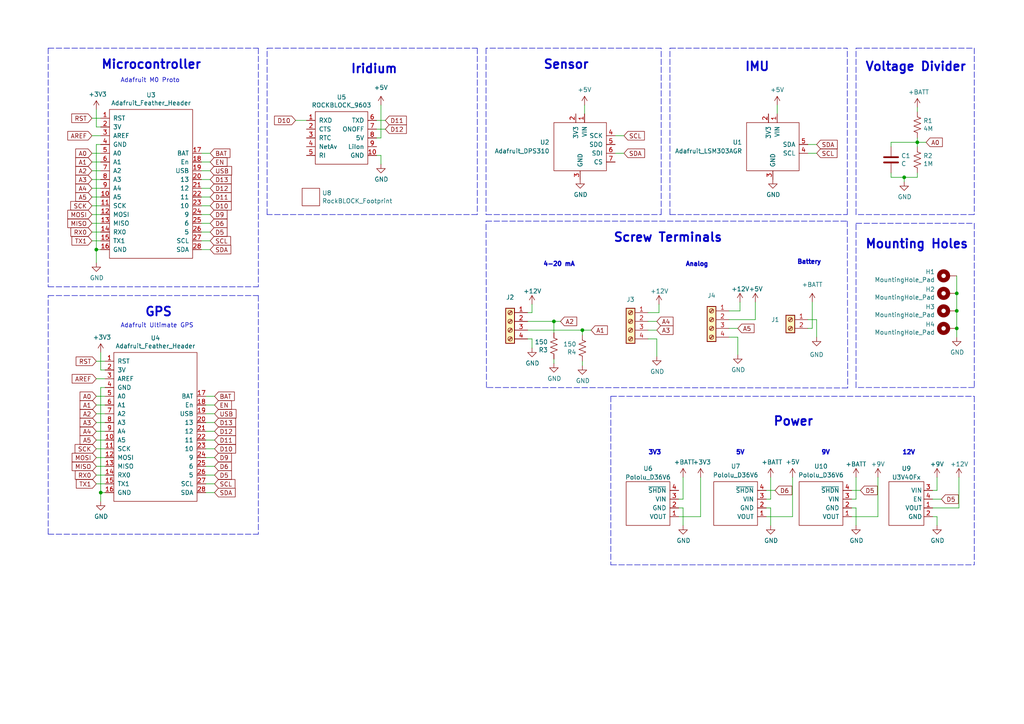
<source format=kicad_sch>
(kicad_sch (version 20211123) (generator eeschema)
  (paper "A4")
  (lib_symbols
    (symbol "Connector:Screw_Terminal_01x02" (pin_names (offset 1.016) hide)
      (property "Reference" "J" (at 0 2.54 0))
      (property "Value" "Screw_Terminal_01x02" (at 0 -5.08 0))
      (symbol "Screw_Terminal_01x02_1_1"
        (rectangle (start -1.27 1.27) (end 1.27 -3.81) (stroke (width 0.254)) (fill (type background)))
        (circle (center 0 -2.54) (radius 0.635) (stroke (width 0.1524)))
        (polyline (pts (xy -0.5334 -2.2098) (xy 0.3302 -3.048)) (stroke (width 0.1524)))
        (polyline (pts (xy -0.5334 0.3302) (xy 0.3302 -0.508)) (stroke (width 0.1524)))
        (polyline (pts (xy -0.3556 -2.032) (xy 0.508 -2.8702)) (stroke (width 0.1524)))
        (polyline (pts (xy -0.3556 0.508) (xy 0.508 -0.3302)) (stroke (width 0.1524)))
        (circle (center 0 0) (radius 0.635) (stroke (width 0.1524)))
        (pin passive line (at -5.08 0 0) (length 3.81) (name "Pin_1") (number "1"))
        (pin passive line (at -5.08 -2.54 0) (length 3.81) (name "Pin_2") (number "2"))
      )
    )
    (symbol "Connector:Screw_Terminal_01x04" (pin_names (offset 1.016) hide)
      (property "Reference" "J" (at 0 5.08 0))
      (property "Value" "Screw_Terminal_01x04" (at 0 -7.62 0))
      (symbol "Screw_Terminal_01x04_1_1"
        (rectangle (start -1.27 3.81) (end 1.27 -6.35) (stroke (width 0.254)) (fill (type background)))
        (circle (center 0 -5.08) (radius 0.635) (stroke (width 0.1524)))
        (circle (center 0 -2.54) (radius 0.635) (stroke (width 0.1524)))
        (polyline (pts (xy -0.5334 -4.7498) (xy 0.3302 -5.588)) (stroke (width 0.1524)))
        (polyline (pts (xy -0.5334 -2.2098) (xy 0.3302 -3.048)) (stroke (width 0.1524)))
        (polyline (pts (xy -0.5334 0.3302) (xy 0.3302 -0.508)) (stroke (width 0.1524)))
        (polyline (pts (xy -0.5334 2.8702) (xy 0.3302 2.032)) (stroke (width 0.1524)))
        (polyline (pts (xy -0.3556 -4.572) (xy 0.508 -5.4102)) (stroke (width 0.1524)))
        (polyline (pts (xy -0.3556 -2.032) (xy 0.508 -2.8702)) (stroke (width 0.1524)))
        (polyline (pts (xy -0.3556 0.508) (xy 0.508 -0.3302)) (stroke (width 0.1524)))
        (polyline (pts (xy -0.3556 3.048) (xy 0.508 2.2098)) (stroke (width 0.1524)))
        (circle (center 0 0) (radius 0.635) (stroke (width 0.1524)))
        (circle (center 0 2.54) (radius 0.635) (stroke (width 0.1524)))
        (pin passive line (at -5.08 2.54 0) (length 3.81) (name "Pin_1") (number "1"))
        (pin passive line (at -5.08 0 0) (length 3.81) (name "Pin_2") (number "2"))
        (pin passive line (at -5.08 -2.54 0) (length 3.81) (name "Pin_3") (number "3"))
        (pin passive line (at -5.08 -5.08 0) (length 3.81) (name "Pin_4") (number "4"))
      )
    )
    (symbol "Cryologger:Adafruit_DPS310" (pin_names (offset 1.016))
      (property "Reference" "U" (at 7.62 7.62 0))
      (property "Value" "Cryologger_Adafruit_DPS310" (at 8.89 -8.89 0))
      (symbol "Adafruit_DPS310_0_1"
        (rectangle (start 7.62 6.35) (end -7.62 -7.62))
      )
      (symbol "Adafruit_DPS310_1_1"
        (pin input line (at 1.27 8.89 270) (length 2.54) (name "VIN") (number "1"))
        (pin input line (at -1.27 8.89 270) (length 2.54) (name "3V3") (number "2"))
        (pin input line (at 0 -10.16 90) (length 2.54) (name "GND") (number "3"))
        (pin input line (at 10.16 2.54 180) (length 2.54) (name "SCK") (number "4"))
        (pin input line (at 10.16 0 180) (length 2.54) (name "SDO") (number "5"))
        (pin input line (at 10.16 -2.54 180) (length 2.54) (name "SDI") (number "6"))
        (pin input line (at 10.16 -5.08 180) (length 2.54) (name "CS") (number "7"))
      )
    )
    (symbol "Cryologger:Adafruit_Feather_Header" (pin_names (offset 1.016))
      (property "Reference" "U" (at 0 25.4 0))
      (property "Value" "Cryologger_Adafruit_Feather_Header" (at 0 -21.59 0))
      (symbol "Adafruit_Feather_Header_0_1"
        (rectangle (start -11.43 -19.05) (end 12.7 24.13))
      )
      (symbol "Adafruit_Feather_Header_1_1"
        (pin input line (at -13.97 21.59 0) (length 2.54) (name "RST") (number "1"))
        (pin input line (at -13.97 -1.27 0) (length 2.54) (name "A5") (number "10"))
        (pin input line (at -13.97 -3.81 0) (length 2.54) (name "SCK") (number "11"))
        (pin input line (at -13.97 -6.35 0) (length 2.54) (name "MOSI") (number "12"))
        (pin input line (at -13.97 -8.89 0) (length 2.54) (name "MISO") (number "13"))
        (pin input line (at -13.97 -11.43 0) (length 2.54) (name "RX0") (number "14"))
        (pin input line (at -13.97 -13.97 0) (length 2.54) (name "TX1") (number "15"))
        (pin input line (at -13.97 -16.51 0) (length 2.54) (name "GND") (number "16"))
        (pin input line (at 15.24 11.43 180) (length 2.54) (name "BAT") (number "17"))
        (pin input line (at 15.24 8.89 180) (length 2.54) (name "En") (number "18"))
        (pin input line (at 15.24 6.35 180) (length 2.54) (name "USB") (number "19"))
        (pin input line (at -13.97 19.05 0) (length 2.54) (name "3V") (number "2"))
        (pin input line (at 15.24 3.81 180) (length 2.54) (name "13") (number "20"))
        (pin input line (at 15.24 1.27 180) (length 2.54) (name "12") (number "21"))
        (pin input line (at 15.24 -1.27 180) (length 2.54) (name "11") (number "22"))
        (pin input line (at 15.24 -3.81 180) (length 2.54) (name "10") (number "23"))
        (pin input line (at 15.24 -6.35 180) (length 2.54) (name "9") (number "24"))
        (pin input line (at 15.24 -8.89 180) (length 2.54) (name "6") (number "25"))
        (pin input line (at 15.24 -11.43 180) (length 2.54) (name "5") (number "26"))
        (pin input line (at 15.24 -13.97 180) (length 2.54) (name "SCL") (number "27"))
        (pin input line (at 15.24 -16.51 180) (length 2.54) (name "SDA") (number "28"))
        (pin input line (at -13.97 16.51 0) (length 2.54) (name "AREF") (number "3"))
        (pin input line (at -13.97 13.97 0) (length 2.54) (name "GND") (number "4"))
        (pin input line (at -13.97 11.43 0) (length 2.54) (name "A0") (number "5"))
        (pin input line (at -13.97 8.89 0) (length 2.54) (name "A1") (number "6"))
        (pin input line (at -13.97 6.35 0) (length 2.54) (name "A2") (number "7"))
        (pin input line (at -13.97 3.81 0) (length 2.54) (name "A3") (number "8"))
        (pin input line (at -13.97 1.27 0) (length 2.54) (name "A4") (number "9"))
      )
    )
    (symbol "Cryologger:Adafruit_LSM303AGR" (pin_names (offset 1.016))
      (property "Reference" "U" (at 6.35 8.89 0))
      (property "Value" "Cryologger_Adafruit_LSM303AGR" (at 10.16 -7.62 0))
      (symbol "Adafruit_LSM303AGR_0_1"
        (rectangle (start 7.62 -6.35) (end -7.62 7.62))
      )
      (symbol "Adafruit_LSM303AGR_1_1"
        (pin input line (at 1.27 10.16 270) (length 2.54) (name "VIN") (number "1"))
        (pin input line (at -1.27 10.16 270) (length 2.54) (name "3V3") (number "2"))
        (pin input line (at 0 -8.89 90) (length 2.54) (name "GND") (number "3"))
        (pin input line (at 10.16 -1.27 180) (length 2.54) (name "SCL") (number "4"))
        (pin input line (at 10.16 1.27 180) (length 2.54) (name "SDA") (number "5"))
      )
    )
    (symbol "Cryologger:Pololu_D36V6" (pin_names (offset 1.016))
      (property "Reference" "U" (at 0 7.62 0))
      (property "Value" "Cryologger_Pololu_D36V6" (at 0 -7.62 0))
      (symbol "Pololu_D36V6_0_1"
        (rectangle (start 6.35 6.35) (end -6.35 -6.35))
      )
      (symbol "Pololu_D36V6_1_1"
        (pin input line (at 8.89 -3.81 180) (length 2.54) (name "VOUT") (number "1"))
        (pin input line (at 8.89 -1.27 180) (length 2.54) (name "GND") (number "2"))
        (pin input line (at 8.89 1.27 180) (length 2.54) (name "VIN") (number "3"))
        (pin input line (at 8.89 3.81 180) (length 2.54) (name "~{SHDN}") (number "4"))
      )
    )
    (symbol "Cryologger:ROCKBLOCK_9603" (pin_names (offset 1.016))
      (property "Reference" "U" (at 0 8.89 0))
      (property "Value" "Cryologger_ROCKBLOCK_9603" (at 0 -8.89 0))
      (symbol "ROCKBLOCK_9603_0_1"
        (rectangle (start -7.62 -7.62) (end 7.62 7.62))
      )
      (symbol "ROCKBLOCK_9603_1_1"
        (pin input line (at -10.16 5.08 0) (length 2.54) (name "RXD") (number "1"))
        (pin input line (at 10.16 -5.08 180) (length 2.54) (name "GND") (number "10"))
        (pin input line (at -10.16 2.54 0) (length 2.54) (name "CTS") (number "2"))
        (pin input line (at -10.16 0 0) (length 2.54) (name "RTC") (number "3"))
        (pin input line (at -10.16 -2.54 0) (length 2.54) (name "NetAv") (number "4"))
        (pin input line (at -10.16 -5.08 0) (length 2.54) (name "RI") (number "5"))
        (pin input line (at 10.16 5.08 180) (length 2.54) (name "TXD") (number "6"))
        (pin input line (at 10.16 2.54 180) (length 2.54) (name "ONOFF") (number "7"))
        (pin input line (at 10.16 0 180) (length 2.54) (name "5V") (number "8"))
        (pin input line (at 10.16 -2.54 180) (length 2.54) (name "LiIon") (number "9"))
      )
    )
    (symbol "Cryologger:RockBLOCK_Footprint" (pin_names (offset 1.016))
      (property "Reference" "U" (at 0 8.89 0))
      (property "Value" "Cryologger_RockBLOCK_Footprint" (at 0 -10.16 0))
      (symbol "RockBLOCK_Footprint_0_1"
        (rectangle (start -2.54 2.54) (end 2.54 -2.54))
      )
    )
    (symbol "Cryologger:U3V40Fx"
      (property "Reference" "U" (at 0 7.62 0))
      (property "Value" "U3V40Fx" (at 0 -7.62 0))
      (symbol "U3V40Fx_0_1"
        (rectangle (start -5.08 6.35) (end 5.08 -6.35) (stroke (width 0.1524)))
      )
      (symbol "U3V40Fx_1_1"
        (pin output line (at 7.62 -1.27 180) (length 2.54) (name "VOUT") (number "1"))
        (pin input line (at 7.62 -3.81 180) (length 2.54) (name "GND") (number "2"))
        (pin input line (at 7.62 3.81 180) (length 2.54) (name "VIN") (number "3"))
        (pin input line (at 7.62 1.27 180) (length 2.54) (name "EN") (number "4"))
      )
    )
    (symbol "Device:C" (pin_numbers hide) (pin_names (offset 0.254))
      (property "Reference" "C" (at 0.635 2.54 0))
      (property "Value" "C" (at 0.635 -2.54 0))
      (symbol "C_0_1"
        (polyline (pts (xy -2.032 -0.762) (xy 2.032 -0.762)) (stroke (width 0.508)))
        (polyline (pts (xy -2.032 0.762) (xy 2.032 0.762)) (stroke (width 0.508)))
      )
      (symbol "C_1_1"
        (pin passive line (at 0 3.81 270) (length 2.794) (name "~") (number "1"))
        (pin passive line (at 0 -3.81 90) (length 2.794) (name "~") (number "2"))
      )
    )
    (symbol "Device:R_US" (pin_numbers hide) (pin_names (offset 0))
      (property "Reference" "R" (at 2.54 0 90))
      (property "Value" "R_US" (at -2.54 0 90))
      (symbol "R_US_0_1"
        (polyline (pts (xy 0 -2.286) (xy 0 -2.54)))
        (polyline (pts (xy 0 2.286) (xy 0 2.54)))
        (polyline (pts (xy 0 -0.762) (xy 1.016 -1.143) (xy 0 -1.524) (xy -1.016 -1.905) (xy 0 -2.286)))
        (polyline (pts (xy 0 0.762) (xy 1.016 0.381) (xy 0 0) (xy -1.016 -0.381) (xy 0 -0.762)))
        (polyline (pts (xy 0 2.286) (xy 1.016 1.905) (xy 0 1.524) (xy -1.016 1.143) (xy 0 0.762)))
      )
      (symbol "R_US_1_1"
        (pin passive line (at 0 3.81 270) (length 1.27) (name "~") (number "1"))
        (pin passive line (at 0 -3.81 90) (length 1.27) (name "~") (number "2"))
      )
    )
    (symbol "Mechanical:MountingHole_Pad" (pin_numbers hide) (pin_names (offset 1.016) hide)
      (property "Reference" "H" (at 0 6.35 0))
      (property "Value" "MountingHole_Pad" (at 0 4.445 0))
      (symbol "MountingHole_Pad_0_1"
        (circle (center 0 1.27) (radius 1.27) (stroke (width 1.27)))
      )
      (symbol "MountingHole_Pad_1_1"
        (pin input line (at 0 -2.54 90) (length 2.54) (name "1") (number "1"))
      )
    )
    (symbol "power:+12V" (power) (pin_names (offset 0))
      (property "Value" "+12V" (at 0 3.556 0))
      (symbol "+12V_0_1"
        (polyline (pts (xy -0.762 1.27) (xy 0 2.54)))
        (polyline (pts (xy 0 0) (xy 0 2.54)))
        (polyline (pts (xy 0 2.54) (xy 0.762 1.27)))
      )
      (symbol "+12V_1_1"
        (pin power_in line (at 0 0 90) (length 0) hide (name "+12V") (number "1"))
      )
    )
    (symbol "power:+3V3" (power) (pin_names (offset 0))
      (property "Value" "+3V3" (at 0 3.556 0))
      (symbol "+3V3_0_1"
        (polyline (pts (xy -0.762 1.27) (xy 0 2.54)))
        (polyline (pts (xy 0 0) (xy 0 2.54)))
        (polyline (pts (xy 0 2.54) (xy 0.762 1.27)))
      )
      (symbol "+3V3_1_1"
        (pin power_in line (at 0 0 90) (length 0) hide (name "+3V3") (number "1"))
      )
    )
    (symbol "power:+5V" (power) (pin_names (offset 0))
      (property "Value" "+5V" (at 0 3.556 0))
      (symbol "+5V_0_1"
        (polyline (pts (xy -0.762 1.27) (xy 0 2.54)))
        (polyline (pts (xy 0 0) (xy 0 2.54)))
        (polyline (pts (xy 0 2.54) (xy 0.762 1.27)))
      )
      (symbol "+5V_1_1"
        (pin power_in line (at 0 0 90) (length 0) hide (name "+5V") (number "1"))
      )
    )
    (symbol "power:+9V" (power) (pin_names (offset 0))
      (property "Value" "+9V" (at 0 3.556 0))
      (symbol "+9V_0_1"
        (polyline (pts (xy -0.762 1.27) (xy 0 2.54)))
        (polyline (pts (xy 0 0) (xy 0 2.54)))
        (polyline (pts (xy 0 2.54) (xy 0.762 1.27)))
      )
      (symbol "+9V_1_1"
        (pin power_in line (at 0 0 90) (length 0) hide (name "+9V") (number "1"))
      )
    )
    (symbol "power:+BATT" (power) (pin_names (offset 0))
      (property "Value" "+BATT" (at 0 3.556 0))
      (symbol "+BATT_0_1"
        (polyline (pts (xy -0.762 1.27) (xy 0 2.54)))
        (polyline (pts (xy 0 0) (xy 0 2.54)))
        (polyline (pts (xy 0 2.54) (xy 0.762 1.27)))
      )
      (symbol "+BATT_1_1"
        (pin power_in line (at 0 0 90) (length 0) hide (name "+BATT") (number "1"))
      )
    )
    (symbol "power:GND" (power) (pin_names (offset 0))
      (property "Value" "GND" (at 0 -3.81 0))
      (symbol "GND_0_1"
        (polyline (pts (xy 0 0) (xy 0 -1.27) (xy 1.27 -1.27) (xy 0 -2.54) (xy -1.27 -1.27) (xy 0 -1.27)))
      )
      (symbol "GND_1_1"
        (pin power_in line (at 0 0 270) (length 0) hide (name "GND") (number "1"))
      )
    )
  )
  (junction (at 277.495 95.25))
  (junction (at 160.655 93.218))
  (junction (at 266.065 41.275))
  (junction (at 277.495 90.17))
  (junction (at 277.495 85.09))
  (junction (at 168.91 95.758))
  (junction (at 29.21 142.875))
  (junction (at 27.94 72.39))
  (junction (at 262.255 51.435))
  (wire (pts (xy 27.94 41.91) (xy 27.94 72.39)))
  (wire (pts (xy 219.075 92.71) (xy 219.075 87.63)))
  (wire (pts (xy 29.21 54.61) (xy 26.67 54.61)))
  (wire (pts (xy 60.96 72.39) (xy 58.42 72.39)))
  (wire (pts (xy 198.12 147.32) (xy 198.12 152.4)))
  (wire (pts (xy 153.035 98.298) (xy 154.305 98.298)))
  (polyline (pts (xy 191.77 13.97) (xy 140.97 13.97)))
  (wire (pts (xy 109.22 40.005) (xy 110.49 40.005)))
  (wire (pts (xy 223.52 147.32) (xy 223.52 152.4)))
  (wire (pts (xy 88.9 34.925) (xy 85.725 34.925)))
  (wire (pts (xy 30.48 127.635) (xy 27.94 127.635)))
  (wire (pts (xy 60.96 69.85) (xy 58.42 69.85)))
  (polyline (pts (xy 177.165 114.935) (xy 282.575 114.935)))
  (wire (pts (xy 62.23 142.875) (xy 59.69 142.875)))
  (wire (pts (xy 178.435 39.37) (xy 180.975 39.37)))
  (wire (pts (xy 29.21 46.99) (xy 26.67 46.99)))
  (wire (pts (xy 248.285 144.78) (xy 248.285 138.43)))
  (wire (pts (xy 266.065 50.165) (xy 266.065 51.435)))
  (wire (pts (xy 62.23 114.935) (xy 59.69 114.935)))
  (wire (pts (xy 62.23 130.175) (xy 59.69 130.175)))
  (wire (pts (xy 62.23 127.635) (xy 59.69 127.635)))
  (wire (pts (xy 110.49 45.085) (xy 110.49 47.625)))
  (wire (pts (xy 27.94 36.83) (xy 27.94 31.75)))
  (wire (pts (xy 60.96 67.31) (xy 58.42 67.31)))
  (polyline (pts (xy 245.745 62.23) (xy 245.745 13.97)))
  (wire (pts (xy 277.495 85.09) (xy 277.495 90.17)))
  (wire (pts (xy 168.91 95.758) (xy 171.45 95.758)))
  (wire (pts (xy 234.315 41.91) (xy 236.855 41.91)))
  (wire (pts (xy 248.285 147.32) (xy 248.285 152.4)))
  (wire (pts (xy 191.135 88.265) (xy 191.135 90.678)))
  (wire (pts (xy 62.23 137.795) (xy 59.69 137.795)))
  (wire (pts (xy 203.2 149.86) (xy 203.2 138.43)))
  (polyline (pts (xy 194.31 62.23) (xy 245.745 62.23)))
  (wire (pts (xy 30.48 135.255) (xy 27.94 135.255)))
  (polyline (pts (xy 282.575 64.77) (xy 282.575 112.395)))
  (polyline (pts (xy 194.31 62.23) (xy 194.31 13.97)))
  (polyline (pts (xy 138.43 62.23) (xy 77.47 62.23)))
  (wire (pts (xy 29.21 52.07) (xy 26.67 52.07)))
  (wire (pts (xy 198.12 144.78) (xy 198.12 138.43)))
  (wire (pts (xy 178.435 44.45) (xy 180.975 44.45)))
  (wire (pts (xy 277.495 95.25) (xy 277.495 97.79)))
  (wire (pts (xy 30.48 132.715) (xy 27.94 132.715)))
  (wire (pts (xy 270.51 149.86) (xy 271.78 149.86)))
  (wire (pts (xy 154.305 88.265) (xy 154.305 90.678)))
  (polyline (pts (xy 140.97 13.97) (xy 140.97 62.23)))
  (wire (pts (xy 27.94 36.83) (xy 29.21 36.83)))
  (wire (pts (xy 258.445 41.275) (xy 266.065 41.275)))
  (wire (pts (xy 29.21 62.23) (xy 26.67 62.23)))
  (polyline (pts (xy 13.97 85.725) (xy 74.93 85.725)))
  (wire (pts (xy 27.94 76.2) (xy 27.94 72.39)))
  (wire (pts (xy 211.455 90.17) (xy 214.63 90.17)))
  (polyline (pts (xy 74.93 13.97) (xy 74.93 83.185)))
  (wire (pts (xy 169.545 30.48) (xy 169.545 33.02)))
  (wire (pts (xy 222.25 147.32) (xy 223.52 147.32)))
  (polyline (pts (xy 13.97 83.185) (xy 74.93 83.185)))
  (wire (pts (xy 222.25 142.24) (xy 224.79 142.24)))
  (polyline (pts (xy 191.77 62.23) (xy 191.77 13.97)))
  (wire (pts (xy 30.48 140.335) (xy 27.94 140.335)))
  (wire (pts (xy 62.23 122.555) (xy 59.69 122.555)))
  (wire (pts (xy 109.22 45.085) (xy 110.49 45.085)))
  (wire (pts (xy 29.21 59.69) (xy 26.67 59.69)))
  (wire (pts (xy 222.25 144.78) (xy 223.52 144.78)))
  (wire (pts (xy 262.255 52.705) (xy 262.255 51.435)))
  (wire (pts (xy 29.21 107.315) (xy 30.48 107.315)))
  (wire (pts (xy 29.21 112.395) (xy 29.21 142.875)))
  (polyline (pts (xy 140.97 64.135) (xy 245.745 64.135)))
  (wire (pts (xy 271.78 142.24) (xy 271.78 138.43)))
  (wire (pts (xy 266.065 51.435) (xy 262.255 51.435)))
  (wire (pts (xy 60.96 62.23) (xy 58.42 62.23)))
  (wire (pts (xy 109.22 37.465) (xy 111.76 37.465)))
  (wire (pts (xy 60.96 46.99) (xy 58.42 46.99)))
  (wire (pts (xy 270.51 144.78) (xy 273.05 144.78)))
  (wire (pts (xy 29.21 107.315) (xy 29.21 102.235)))
  (wire (pts (xy 26.67 34.29) (xy 29.21 34.29)))
  (polyline (pts (xy 282.575 112.395) (xy 248.285 112.395)))
  (wire (pts (xy 247.015 147.32) (xy 248.285 147.32)))
  (polyline (pts (xy 194.31 13.97) (xy 245.745 13.97)))
  (polyline (pts (xy 177.165 163.83) (xy 282.575 163.83)))
  (wire (pts (xy 258.445 51.435) (xy 258.445 50.165)))
  (polyline (pts (xy 245.872 112.522) (xy 141.097 112.395)))
  (wire (pts (xy 30.48 137.795) (xy 27.94 137.795)))
  (wire (pts (xy 30.48 142.875) (xy 29.21 142.875)))
  (wire (pts (xy 211.455 95.25) (xy 213.995 95.25)))
  (wire (pts (xy 29.21 142.875) (xy 29.21 145.415)))
  (wire (pts (xy 60.96 57.15) (xy 58.42 57.15)))
  (polyline (pts (xy 138.43 13.97) (xy 138.43 62.23)))
  (wire (pts (xy 160.655 96.52) (xy 160.655 93.218)))
  (wire (pts (xy 60.96 64.77) (xy 58.42 64.77)))
  (polyline (pts (xy 282.575 114.935) (xy 282.575 163.83)))
  (wire (pts (xy 29.21 39.37) (xy 26.67 39.37)))
  (wire (pts (xy 30.48 122.555) (xy 27.94 122.555)))
  (wire (pts (xy 247.015 144.78) (xy 248.285 144.78)))
  (wire (pts (xy 160.655 93.218) (xy 162.56 93.218)))
  (wire (pts (xy 60.96 49.53) (xy 58.42 49.53)))
  (wire (pts (xy 247.015 149.86) (xy 254.635 149.86)))
  (polyline (pts (xy 77.47 13.97) (xy 138.43 13.97)))
  (wire (pts (xy 266.065 41.275) (xy 268.605 41.275)))
  (wire (pts (xy 30.48 120.015) (xy 27.94 120.015)))
  (wire (pts (xy 60.96 54.61) (xy 58.42 54.61)))
  (wire (pts (xy 211.455 92.71) (xy 219.075 92.71)))
  (polyline (pts (xy 77.47 62.23) (xy 77.47 13.97)))
  (wire (pts (xy 62.23 117.475) (xy 59.69 117.475)))
  (polyline (pts (xy 141.097 112.395) (xy 140.97 64.135)))
  (wire (pts (xy 160.655 105.41) (xy 160.655 104.14)))
  (polyline (pts (xy 282.575 62.23) (xy 248.285 62.23)))
  (wire (pts (xy 153.035 95.758) (xy 168.91 95.758)))
  (polyline (pts (xy 13.97 154.94) (xy 13.97 85.725)))
  (wire (pts (xy 235.585 95.25) (xy 235.585 87.63)))
  (wire (pts (xy 266.065 42.545) (xy 266.065 41.275)))
  (wire (pts (xy 154.305 98.298) (xy 154.305 100.965)))
  (wire (pts (xy 270.51 142.24) (xy 271.78 142.24)))
  (wire (pts (xy 277.495 80.01) (xy 277.495 85.09)))
  (wire (pts (xy 29.21 57.15) (xy 26.67 57.15)))
  (wire (pts (xy 29.21 72.39) (xy 27.94 72.39)))
  (wire (pts (xy 60.96 44.45) (xy 58.42 44.45)))
  (wire (pts (xy 62.23 140.335) (xy 59.69 140.335)))
  (polyline (pts (xy 74.93 85.725) (xy 74.93 154.94)))
  (wire (pts (xy 30.48 130.175) (xy 27.94 130.175)))
  (wire (pts (xy 29.21 67.31) (xy 26.67 67.31)))
  (wire (pts (xy 30.48 117.475) (xy 27.94 117.475)))
  (polyline (pts (xy 248.285 62.23) (xy 248.285 13.97)))
  (wire (pts (xy 254.635 138.43) (xy 254.635 149.86)))
  (polyline (pts (xy 13.97 13.97) (xy 74.93 13.97)))
  (wire (pts (xy 211.455 97.79) (xy 213.995 97.79)))
  (wire (pts (xy 266.065 32.385) (xy 266.065 31.115)))
  (wire (pts (xy 187.96 98.298) (xy 190.5 98.298)))
  (wire (pts (xy 29.21 49.53) (xy 26.67 49.53)))
  (wire (pts (xy 62.23 132.715) (xy 59.69 132.715)))
  (polyline (pts (xy 248.285 112.395) (xy 248.285 64.77)))
  (wire (pts (xy 225.425 30.48) (xy 225.425 33.02)))
  (wire (pts (xy 258.445 42.545) (xy 258.445 41.275)))
  (wire (pts (xy 168.91 106.045) (xy 168.91 104.775)))
  (wire (pts (xy 187.96 93.218) (xy 190.5 93.218)))
  (polyline (pts (xy 248.285 13.97) (xy 282.575 13.97)))
  (polyline (pts (xy 248.285 64.77) (xy 282.575 64.77)))
  (wire (pts (xy 168.91 97.155) (xy 168.91 95.758)))
  (wire (pts (xy 214.63 90.17) (xy 214.63 87.63)))
  (wire (pts (xy 222.25 149.86) (xy 229.87 149.86)))
  (wire (pts (xy 62.23 135.255) (xy 59.69 135.255)))
  (wire (pts (xy 278.13 138.43) (xy 278.13 147.32)))
  (wire (pts (xy 236.855 92.71) (xy 236.855 97.79)))
  (wire (pts (xy 234.315 95.25) (xy 235.585 95.25)))
  (wire (pts (xy 271.78 149.86) (xy 271.78 152.4)))
  (polyline (pts (xy 140.97 62.23) (xy 191.77 62.23)))
  (polyline (pts (xy 13.97 154.94) (xy 74.93 154.94)))
  (wire (pts (xy 187.96 95.758) (xy 190.5 95.758)))
  (wire (pts (xy 27.94 104.775) (xy 30.48 104.775)))
  (polyline (pts (xy 245.745 64.135) (xy 245.872 112.522)))
  (wire (pts (xy 110.49 40.005) (xy 110.49 30.48)))
  (wire (pts (xy 196.85 149.86) (xy 203.2 149.86)))
  (wire (pts (xy 29.21 44.45) (xy 26.67 44.45)))
  (wire (pts (xy 30.48 109.855) (xy 27.94 109.855)))
  (wire (pts (xy 30.48 125.095) (xy 27.94 125.095)))
  (wire (pts (xy 153.035 90.678) (xy 154.305 90.678)))
  (wire (pts (xy 247.015 142.24) (xy 249.555 142.24)))
  (wire (pts (xy 229.87 138.43) (xy 229.87 149.86)))
  (wire (pts (xy 62.23 125.095) (xy 59.69 125.095)))
  (polyline (pts (xy 177.165 114.935) (xy 177.165 163.83)))
  (wire (pts (xy 262.255 51.435) (xy 258.445 51.435)))
  (polyline (pts (xy 13.97 13.97) (xy 13.97 83.185)))
  (wire (pts (xy 196.85 147.32) (xy 198.12 147.32)))
  (wire (pts (xy 109.22 34.925) (xy 111.76 34.925)))
  (wire (pts (xy 29.21 69.85) (xy 26.67 69.85)))
  (wire (pts (xy 223.52 138.43) (xy 223.52 144.78)))
  (polyline (pts (xy 282.575 13.97) (xy 282.575 62.23)))
  (wire (pts (xy 29.21 64.77) (xy 26.67 64.77)))
  (wire (pts (xy 29.21 41.91) (xy 27.94 41.91)))
  (wire (pts (xy 30.48 112.395) (xy 29.21 112.395)))
  (wire (pts (xy 213.995 97.79) (xy 213.995 102.87)))
  (wire (pts (xy 234.315 44.45) (xy 236.855 44.45)))
  (wire (pts (xy 62.23 120.015) (xy 59.69 120.015)))
  (wire (pts (xy 277.495 90.17) (xy 277.495 95.25)))
  (wire (pts (xy 30.48 114.935) (xy 27.94 114.935)))
  (wire (pts (xy 60.96 59.69) (xy 58.42 59.69)))
  (wire (pts (xy 153.035 93.218) (xy 160.655 93.218)))
  (wire (pts (xy 190.5 98.298) (xy 190.5 103.378)))
  (wire (pts (xy 266.065 41.275) (xy 266.065 40.005)))
  (wire (pts (xy 187.96 90.678) (xy 191.135 90.678)))
  (wire (pts (xy 196.85 144.78) (xy 198.12 144.78)))
  (wire (pts (xy 60.96 52.07) (xy 58.42 52.07)))
  (wire (pts (xy 234.315 92.71) (xy 236.855 92.71)))
  (wire (pts (xy 270.51 147.32) (xy 278.13 147.32)))
  (text "Screw Terminals" (at 177.8 70.485 0) (effects (font (size 2.54 2.54) (thickness 0.508) bold) (justify left bottom)))
  (text "Iridium" (at 101.6 21.59 0) (effects (font (size 2.54 2.54) (thickness 0.508) bold) (justify left bottom)))
  (text "Power" (at 224.155 123.825 0) (effects (font (size 2.54 2.54) (thickness 0.508) bold) (justify left bottom)))
  (text "Voltage Divider" (at 250.825 20.955 0) (effects (font (size 2.54 2.54) (thickness 0.508) bold) (justify left bottom)))
  (text "IMU" (at 215.9 20.955 0) (effects (font (size 2.54 2.54) (thickness 0.508) bold) (justify left bottom)))
  (text "Microcontroller" (at 29.21 20.32 0) (effects (font (size 2.54 2.54) (thickness 0.508) bold) (justify left bottom)))
  (text "Adafruit Ultimate GPS" (at 34.925 95.25 0) (effects (font (size 1.27 1.27)) (justify left bottom)))
  (text "3V3" (at 187.96 132.08 0) (effects (font (size 1.27 1.27) (thickness 0.508) bold) (justify left bottom)))
  (text "Adafruit M0 Proto\n" (at 34.925 24.13 0) (effects (font (size 1.27 1.27)) (justify left bottom)))
  (text "5V" (at 213.36 132.08 0) (effects (font (size 1.27 1.27) (thickness 0.508) bold) (justify left bottom)))
  (text "4-20 mA" (at 157.48 77.47 0) (effects (font (size 1.27 1.27) (thickness 0.508) bold) (justify left bottom)))
  (text "Battery" (at 231.14 76.835 0) (effects (font (size 1.27 1.27) (thickness 0.508) bold) (justify left bottom)))
  (text "Analog\n" (at 198.755 77.47 0) (effects (font (size 1.27 1.27) (thickness 0.508) bold) (justify left bottom)))
  (text "Sensor" (at 157.48 20.32 0) (effects (font (size 2.54 2.54) (thickness 0.508) bold) (justify left bottom)))
  (text "GPS" (at 41.91 92.075 0) (effects (font (size 2.54 2.54) (thickness 0.508) bold) (justify left bottom)))
  (text "9V" (at 238.125 132.08 0) (effects (font (size 1.27 1.27) (thickness 0.508) bold) (justify left bottom)))
  (text "12V" (at 261.62 132.08 0) (effects (font (size 1.27 1.27) (thickness 0.508) bold) (justify left bottom)))
  (text "Mounting Holes" (at 250.825 72.39 0) (effects (font (size 2.54 2.54) (thickness 0.508) bold) (justify left bottom)))
  (global_label "MISO" (shape input) (at 27.94 135.255 180) (property "Intersheet References" "${INTERSHEET_REFS}" (effects hide)))
  (global_label "A1" (shape input) (at 26.67 46.99 180) (property "Intersheet References" "${INTERSHEET_REFS}" (effects hide)))
  (global_label "D10" (shape input) (at 62.23 130.175 0) (property "Intersheet References" "${INTERSHEET_REFS}" (effects hide)))
  (global_label "D9" (shape input) (at 60.96 62.23 0) (property "Intersheet References" "${INTERSHEET_REFS}" (effects hide)))
  (global_label "D12" (shape input) (at 62.23 125.095 0) (property "Intersheet References" "${INTERSHEET_REFS}" (effects hide)))
  (global_label "TX1" (shape input) (at 26.67 69.85 180) (property "Intersheet References" "${INTERSHEET_REFS}" (effects hide)))
  (global_label "D5" (shape input) (at 273.05 144.78 0) (property "Intersheet References" "${INTERSHEET_REFS}" (effects hide)))
  (global_label "D5" (shape input) (at 249.555 142.24 0) (property "Intersheet References" "${INTERSHEET_REFS}" (effects hide)))
  (global_label "RST" (shape input) (at 27.94 104.775 180) (property "Intersheet References" "${INTERSHEET_REFS}" (effects hide)))
  (global_label "MISO" (shape input) (at 26.67 64.77 180) (property "Intersheet References" "${INTERSHEET_REFS}" (effects hide)))
  (global_label "AREF" (shape input) (at 26.67 39.37 180) (property "Intersheet References" "${INTERSHEET_REFS}" (effects hide)))
  (global_label "A5" (shape input) (at 26.67 57.15 180) (property "Intersheet References" "${INTERSHEET_REFS}" (effects hide)))
  (global_label "A3" (shape input) (at 27.94 122.555 180) (property "Intersheet References" "${INTERSHEET_REFS}" (effects hide)))
  (global_label "D11" (shape input) (at 111.76 34.925 0) (property "Intersheet References" "${INTERSHEET_REFS}" (effects hide)))
  (global_label "EN" (shape input) (at 62.23 117.475 0) (property "Intersheet References" "${INTERSHEET_REFS}" (effects hide)))
  (global_label "D13" (shape input) (at 60.96 52.07 0) (property "Intersheet References" "${INTERSHEET_REFS}" (effects hide)))
  (global_label "D12" (shape input) (at 60.96 54.61 0) (property "Intersheet References" "${INTERSHEET_REFS}" (effects hide)))
  (global_label "D6" (shape input) (at 60.96 64.77 0) (property "Intersheet References" "${INTERSHEET_REFS}" (effects hide)))
  (global_label "A1" (shape input) (at 171.45 95.758 0) (property "Intersheet References" "${INTERSHEET_REFS}" (effects hide)))
  (global_label "SCK" (shape input) (at 26.67 59.69 180) (property "Intersheet References" "${INTERSHEET_REFS}" (effects hide)))
  (global_label "USB" (shape input) (at 60.96 49.53 0) (property "Intersheet References" "${INTERSHEET_REFS}" (effects hide)))
  (global_label "A0" (shape input) (at 268.605 41.275 0) (property "Intersheet References" "${INTERSHEET_REFS}" (effects hide)))
  (global_label "MOSI" (shape input) (at 26.67 62.23 180) (property "Intersheet References" "${INTERSHEET_REFS}" (effects hide)))
  (global_label "RX0" (shape input) (at 27.94 137.795 180) (property "Intersheet References" "${INTERSHEET_REFS}" (effects hide)))
  (global_label "SCL" (shape input) (at 180.975 39.37 0) (property "Intersheet References" "${INTERSHEET_REFS}" (effects hide)))
  (global_label "SCK" (shape input) (at 27.94 130.175 180) (property "Intersheet References" "${INTERSHEET_REFS}" (effects hide)))
  (global_label "D5" (shape input) (at 62.23 137.795 0) (property "Intersheet References" "${INTERSHEET_REFS}" (effects hide)))
  (global_label "SCL" (shape input) (at 62.23 140.335 0) (property "Intersheet References" "${INTERSHEET_REFS}" (effects hide)))
  (global_label "BAT" (shape input) (at 62.23 114.935 0) (property "Intersheet References" "${INTERSHEET_REFS}" (effects hide)))
  (global_label "D6" (shape input) (at 224.79 142.24 0) (property "Intersheet References" "${INTERSHEET_REFS}" (effects hide)))
  (global_label "A4" (shape input) (at 27.94 125.095 180) (property "Intersheet References" "${INTERSHEET_REFS}" (effects hide)))
  (global_label "MOSI" (shape input) (at 27.94 132.715 180) (property "Intersheet References" "${INTERSHEET_REFS}" (effects hide)))
  (global_label "D6" (shape input) (at 62.23 135.255 0) (property "Intersheet References" "${INTERSHEET_REFS}" (effects hide)))
  (global_label "A2" (shape input) (at 27.94 120.015 180) (property "Intersheet References" "${INTERSHEET_REFS}" (effects hide)))
  (global_label "D11" (shape input) (at 62.23 127.635 0) (property "Intersheet References" "${INTERSHEET_REFS}" (effects hide)))
  (global_label "TX1" (shape input) (at 27.94 140.335 180) (property "Intersheet References" "${INTERSHEET_REFS}" (effects hide)))
  (global_label "A1" (shape input) (at 27.94 117.475 180) (property "Intersheet References" "${INTERSHEET_REFS}" (effects hide)))
  (global_label "A3" (shape input) (at 26.67 52.07 180) (property "Intersheet References" "${INTERSHEET_REFS}" (effects hide)))
  (global_label "A5" (shape input) (at 213.995 95.25 0) (property "Intersheet References" "${INTERSHEET_REFS}" (effects hide)))
  (global_label "A3" (shape input) (at 190.5 95.758 0) (property "Intersheet References" "${INTERSHEET_REFS}" (effects hide)))
  (global_label "RST" (shape input) (at 26.67 34.29 180) (property "Intersheet References" "${INTERSHEET_REFS}" (effects hide)))
  (global_label "EN" (shape input) (at 60.96 46.99 0) (property "Intersheet References" "${INTERSHEET_REFS}" (effects hide)))
  (global_label "D5" (shape input) (at 60.96 67.31 0) (property "Intersheet References" "${INTERSHEET_REFS}" (effects hide)))
  (global_label "SCL" (shape input) (at 60.96 69.85 0) (property "Intersheet References" "${INTERSHEET_REFS}" (effects hide)))
  (global_label "D11" (shape input) (at 60.96 57.15 0) (property "Intersheet References" "${INTERSHEET_REFS}" (effects hide)))
  (global_label "A5" (shape input) (at 27.94 127.635 180) (property "Intersheet References" "${INTERSHEET_REFS}" (effects hide)))
  (global_label "AREF" (shape input) (at 27.94 109.855 180) (property "Intersheet References" "${INTERSHEET_REFS}" (effects hide)))
  (global_label "SDA" (shape input) (at 236.855 41.91 0) (property "Intersheet References" "${INTERSHEET_REFS}" (effects hide)))
  (global_label "A2" (shape input) (at 162.56 93.218 0) (property "Intersheet References" "${INTERSHEET_REFS}" (effects hide)))
  (global_label "D10" (shape input) (at 85.725 34.925 180) (property "Intersheet References" "${INTERSHEET_REFS}" (effects hide)))
  (global_label "D10" (shape input) (at 60.96 59.69 0) (property "Intersheet References" "${INTERSHEET_REFS}" (effects hide)))
  (global_label "A0" (shape input) (at 26.67 44.45 180) (property "Intersheet References" "${INTERSHEET_REFS}" (effects hide)))
  (global_label "D13" (shape input) (at 62.23 122.555 0) (property "Intersheet References" "${INTERSHEET_REFS}" (effects hide)))
  (global_label "USB" (shape input) (at 62.23 120.015 0) (property "Intersheet References" "${INTERSHEET_REFS}" (effects hide)))
  (global_label "A0" (shape input) (at 27.94 114.935 180) (property "Intersheet References" "${INTERSHEET_REFS}" (effects hide)))
  (global_label "RX0" (shape input) (at 26.67 67.31 180) (property "Intersheet References" "${INTERSHEET_REFS}" (effects hide)))
  (global_label "D12" (shape input) (at 111.76 37.465 0) (property "Intersheet References" "${INTERSHEET_REFS}" (effects hide)))
  (global_label "A2" (shape input) (at 26.67 49.53 180) (property "Intersheet References" "${INTERSHEET_REFS}" (effects hide)))
  (global_label "SDA" (shape input) (at 60.96 72.39 0) (property "Intersheet References" "${INTERSHEET_REFS}" (effects hide)))
  (global_label "A4" (shape input) (at 26.67 54.61 180) (property "Intersheet References" "${INTERSHEET_REFS}" (effects hide)))
  (global_label "SDA" (shape input) (at 62.23 142.875 0) (property "Intersheet References" "${INTERSHEET_REFS}" (effects hide)))
  (global_label "D9" (shape input) (at 62.23 132.715 0) (property "Intersheet References" "${INTERSHEET_REFS}" (effects hide)))
  (global_label "SDA" (shape input) (at 180.975 44.45 0) (property "Intersheet References" "${INTERSHEET_REFS}" (effects hide)))
  (global_label "SCL" (shape input) (at 236.855 44.45 0) (property "Intersheet References" "${INTERSHEET_REFS}" (effects hide)))
  (global_label "A4" (shape input) (at 190.5 93.218 0) (property "Intersheet References" "${INTERSHEET_REFS}" (effects hide)))
  (global_label "BAT" (shape input) (at 60.96 44.45 0) (property "Intersheet References" "${INTERSHEET_REFS}" (effects hide)))
  (symbol (lib_id "Cryologger:Adafruit_Feather_Header") (at 43.18 55.88 0) (unit 1)
    (property "Reference" "U3" (at 43.815 27.559 0))
    (property "Value" "Adafruit_Feather_Header" (at 43.815 29.8704 0))
    (property "Footprint" "Cryologger:Adafruit_Feather_Header_Double" (effects hide))
  )
  (symbol (lib_id "Cryologger:Adafruit_Feather_Header") (at 44.45 126.365 0) (unit 1)
    (property "Reference" "U4" (at 45.085 98.044 0))
    (property "Value" "Adafruit_Feather_Header" (at 45.085 100.3554 0))
    (property "Footprint" "Cryologger:Adafruit_Feather_Header_Double" (effects hide))
  )
  (symbol (lib_id "Mechanical:MountingHole_Pad") (at 274.955 80.01 90) (unit 1)
    (property "Reference" "H1" (at 271.1704 78.8416 90) (effects (justify left)))
    (property "Value" "MountingHole_Pad" (at 271.1704 81.153 90) (effects (justify left)))
    (property "Footprint" "MountingHole:MountingHole_3mm_Pad" (effects hide))
  )
  (symbol (lib_id "Mechanical:MountingHole_Pad") (at 274.955 85.09 90) (unit 1)
    (property "Reference" "H2" (at 271.1704 83.9216 90) (effects (justify left)))
    (property "Value" "MountingHole_Pad" (at 271.1704 86.233 90) (effects (justify left)))
    (property "Footprint" "MountingHole:MountingHole_3mm_Pad" (effects hide))
  )
  (symbol (lib_id "Mechanical:MountingHole_Pad") (at 274.955 90.17 90) (unit 1)
    (property "Reference" "H3" (at 271.1704 89.0016 90) (effects (justify left)))
    (property "Value" "MountingHole_Pad" (at 271.1704 91.313 90) (effects (justify left)))
    (property "Footprint" "MountingHole:MountingHole_3mm_Pad" (effects hide))
  )
  (symbol (lib_id "Mechanical:MountingHole_Pad") (at 274.955 95.25 90) (unit 1)
    (property "Reference" "H4" (at 271.1704 94.0816 90) (effects (justify left)))
    (property "Value" "MountingHole_Pad" (at 271.1704 96.393 90) (effects (justify left)))
    (property "Footprint" "MountingHole:MountingHole_3mm_Pad" (effects hide))
  )
  (symbol (lib_id "Cryologger:Pololu_D36V6") (at 187.96 146.05 0) (unit 1)
    (property "Reference" "U6" (at 187.96 135.89 0))
    (property "Value" "Pololu_D36V6" (at 187.96 138.43 0))
    (property "Footprint" "Cryologger:Pololu D36V6x" (effects hide))
  )
  (symbol (lib_id "Cryologger:Pololu_D36V6") (at 213.36 146.05 0) (unit 1)
    (property "Reference" "U7" (at 213.36 135.255 0))
    (property "Value" "Pololu_D36V6" (at 213.36 137.795 0))
    (property "Footprint" "Cryologger:Pololu D36V6x" (effects hide))
  )
  (symbol (lib_id "power:GND") (at 110.49 47.625 0) (unit 1)
    (property "Reference" "#PWR010" (effects hide))
    (property "Value" "GND" (at 110.617 52.0192 0))
  )
  (symbol (lib_id "power:GND") (at 198.12 152.4 0) (unit 1)
    (property "Reference" "#PWR011" (effects hide))
    (property "Value" "GND" (at 198.247 156.7942 0))
  )
  (symbol (lib_id "power:GND") (at 223.52 152.4 0) (unit 1)
    (property "Reference" "#PWR012" (effects hide))
    (property "Value" "GND" (at 223.647 156.7942 0))
  )
  (symbol (lib_id "power:GND") (at 236.855 97.79 0) (unit 1)
    (property "Reference" "#PWR016" (effects hide))
    (property "Value" "GND" (at 236.855 102.87 0))
  )
  (symbol (lib_id "power:GND") (at 277.495 97.79 0) (unit 1)
    (property "Reference" "#PWR013" (effects hide))
    (property "Value" "GND" (at 277.622 102.1842 0))
  )
  (symbol (lib_id "Connector:Screw_Terminal_01x02") (at 229.235 92.71 0) (mirror y) (unit 1)
    (property "Reference" "J1" (at 226.06 92.7099 0) (effects (justify left)))
    (property "Value" "Screw_Terminal_01x02" (effects hide))
    (property "Footprint" "Connector_Phoenix_MSTB:PhoenixContact_MSTBA_2,5_2-G-5,08_1x02_P5.08mm_Horizontal" (effects hide))
  )
  (symbol (lib_id "Cryologger:Adafruit_LSM303AGR") (at 224.155 43.18 0) (unit 1)
    (property "Reference" "U1" (at 215.265 41.2749 0) (effects (justify right)))
    (property "Value" "Adafruit_LSM303AGR" (at 215.265 43.8149 0) (effects (justify right)))
    (property "Footprint" "Cryologger:Adafruit_LSM303AGR" (effects hide))
  )
  (symbol (lib_id "Cryologger:ROCKBLOCK_9603") (at 99.06 40.005 0) (unit 1)
    (property "Reference" "U5" (at 99.06 28.194 0))
    (property "Value" "ROCKBLOCK_9603" (at 99.06 30.5054 0))
    (property "Footprint" "Connector_Molex:Molex_PicoBlade_53047-1010_1x10_P1.25mm_Vertical" (effects hide))
  )
  (symbol (lib_id "power:GND") (at 224.155 52.07 0) (unit 1)
    (property "Reference" "#PWR03" (effects hide))
    (property "Value" "GND" (at 224.282 56.4642 0))
  )
  (symbol (lib_id "power:+3V3") (at 27.94 31.75 0) (unit 1)
    (property "Reference" "#PWR01" (effects hide))
    (property "Value" "+3V3" (at 28.321 27.3558 0))
  )
  (symbol (lib_id "Device:R_US") (at 266.065 36.195 0) (unit 1)
    (property "Reference" "R1" (at 267.7922 35.0266 0) (effects (justify left)))
    (property "Value" "4M" (at 267.7922 37.338 0) (effects (justify left)))
    (property "Footprint" "Resistor_THT:R_Axial_DIN0207_L6.3mm_D2.5mm_P10.16mm_Horizontal" (effects hide))
  )
  (symbol (lib_id "Device:R_US") (at 266.065 46.355 0) (unit 1)
    (property "Reference" "R2" (at 267.7922 45.1866 0) (effects (justify left)))
    (property "Value" "1M" (at 267.7922 47.498 0) (effects (justify left)))
    (property "Footprint" "Resistor_THT:R_Axial_DIN0207_L6.3mm_D2.5mm_P10.16mm_Horizontal" (effects hide))
  )
  (symbol (lib_id "power:+3V3") (at 29.21 102.235 0) (unit 1)
    (property "Reference" "#PWR02" (effects hide))
    (property "Value" "+3V3" (at 29.591 97.8408 0))
  )
  (symbol (lib_id "Device:C") (at 258.445 46.355 0) (unit 1)
    (property "Reference" "C1" (at 261.366 45.1866 0) (effects (justify left)))
    (property "Value" "C" (at 261.366 47.498 0) (effects (justify left)))
    (property "Footprint" "Capacitor_THT:C_Disc_D3.8mm_W2.6mm_P2.50mm" (effects hide))
  )
  (symbol (lib_id "power:+3V3") (at 203.2 138.43 0) (unit 1)
    (property "Reference" "#PWR08" (effects hide))
    (property "Value" "+3V3" (at 203.581 134.0358 0))
  )
  (symbol (lib_id "power:GND") (at 262.255 52.705 0) (unit 1)
    (property "Reference" "#PWR017" (effects hide))
    (property "Value" "GND" (at 262.382 57.0992 0))
  )
  (symbol (lib_id "power:GND") (at 27.94 76.2 0) (unit 1)
    (property "Reference" "#PWR06" (effects hide))
    (property "Value" "GND" (at 28.067 80.5942 0))
  )
  (symbol (lib_id "power:GND") (at 29.21 145.415 0) (unit 1)
    (property "Reference" "#PWR05" (effects hide))
    (property "Value" "GND" (at 29.337 149.8092 0))
  )
  (symbol (lib_id "power:+BATT") (at 198.12 138.43 0) (unit 1)
    (property "Reference" "#PWR07" (effects hide))
    (property "Value" "+BATT" (at 198.501 134.0358 0))
  )
  (symbol (lib_id "power:+BATT") (at 223.52 138.43 0) (unit 1)
    (property "Reference" "#PWR09" (effects hide))
    (property "Value" "+BATT" (at 223.901 134.0358 0))
  )
  (symbol (lib_id "power:+BATT") (at 266.065 31.115 0) (unit 1)
    (property "Reference" "#PWR014" (effects hide))
    (property "Value" "+BATT" (at 266.446 26.7208 0))
  )
  (symbol (lib_id "power:+BATT") (at 235.585 87.63 0) (unit 1)
    (property "Reference" "#PWR015" (effects hide))
    (property "Value" "+BATT" (at 235.585 82.55 0))
  )
  (symbol (lib_id "power:GND") (at 168.275 52.07 0) (unit 1)
    (property "Reference" "#PWR04" (effects hide))
    (property "Value" "GND" (at 168.402 56.4642 0))
  )
  (symbol (lib_id "Cryologger:RockBLOCK_Footprint") (at 90.17 57.15 0) (unit 1)
    (property "Reference" "U8" (at 93.4212 55.9816 0) (effects (justify left)))
    (property "Value" "RockBLOCK_Footprint" (at 93.4212 58.293 0) (effects (justify left)))
    (property "Footprint" "Cryologger:RockBLOCK_9603_Footprint" (effects hide))
  )
  (symbol (lib_id "Cryologger:Adafruit_DPS310") (at 168.275 41.91 0) (unit 1)
    (property "Reference" "U2" (at 159.385 41.2749 0) (effects (justify right)))
    (property "Value" "Adafruit_DPS310" (at 159.385 43.8149 0) (effects (justify right)))
    (property "Footprint" "Cryologger:Adafruit_DPS310" (effects hide))
  )
  (symbol (lib_id "Cryologger:Pololu_D36V6") (at 238.125 146.05 0) (unit 1)
    (property "Reference" "U10" (at 238.125 135.255 0))
    (property "Value" "Pololu_D36V6" (at 238.125 137.795 0))
    (property "Footprint" "Cryologger:Pololu D36V6x" (effects hide))
  )
  (symbol (lib_id "Device:R_US") (at 168.91 100.965 180) (unit 1)
    (property "Reference" "R4" (at 167.1828 102.1334 0) (effects (justify left)))
    (property "Value" "150" (at 167.1828 99.822 0) (effects (justify left)))
    (property "Footprint" "Resistor_THT:R_Axial_DIN0207_L6.3mm_D2.5mm_P10.16mm_Horizontal" (effects hide))
  )
  (symbol (lib_id "power:GND") (at 213.995 102.87 0) (unit 1)
    (property "Reference" "#PWR0111" (effects hide))
    (property "Value" "GND" (at 214.122 107.2642 0))
  )
  (symbol (lib_id "power:+5V") (at 219.075 87.63 0) (unit 1)
    (property "Reference" "#PWR0119" (effects hide))
    (property "Value" "+5V" (at 217.17 83.82 0) (effects (justify left)))
  )
  (symbol (lib_id "power:+9V") (at 271.78 138.43 0) (unit 1)
    (property "Reference" "#PWR0106" (effects hide))
    (property "Value" "+9V" (at 271.78 134.62 0))
  )
  (symbol (lib_id "power:+12V") (at 191.135 88.265 0) (unit 1)
    (property "Reference" "#PWR0109" (effects hide))
    (property "Value" "+12V" (at 188.595 84.455 0) (effects (justify left)))
  )
  (symbol (lib_id "power:+9V") (at 254.635 138.43 0) (unit 1)
    (property "Reference" "#PWR0101" (effects hide))
    (property "Value" "+9V" (at 254.635 134.62 0))
  )
  (symbol (lib_id "power:+12V") (at 154.305 88.265 0) (unit 1)
    (property "Reference" "#PWR0114" (effects hide))
    (property "Value" "+12V" (at 151.765 84.455 0) (effects (justify left)))
  )
  (symbol (lib_id "power:+12V") (at 214.63 87.63 0) (unit 1)
    (property "Reference" "#PWR0112" (effects hide))
    (property "Value" "+12V" (at 212.09 83.82 0) (effects (justify left)))
  )
  (symbol (lib_id "power:+5V") (at 169.545 30.48 0) (unit 1)
    (property "Reference" "#PWR0117" (effects hide))
    (property "Value" "+5V" (at 169.545 26.035 0))
  )
  (symbol (lib_id "Device:R_US") (at 160.655 100.33 180) (unit 1)
    (property "Reference" "R3" (at 158.9278 101.4984 0) (effects (justify left)))
    (property "Value" "150" (at 158.9278 99.187 0) (effects (justify left)))
    (property "Footprint" "Resistor_THT:R_Axial_DIN0207_L6.3mm_D2.5mm_P10.16mm_Horizontal" (effects hide))
  )
  (symbol (lib_id "power:+BATT") (at 248.285 138.43 0) (unit 1)
    (property "Reference" "#PWR0104" (effects hide))
    (property "Value" "+BATT" (at 248.285 134.62 0))
  )
  (symbol (lib_id "power:GND") (at 248.285 152.4 0) (unit 1)
    (property "Reference" "#PWR0105" (effects hide))
    (property "Value" "GND" (at 248.412 156.7942 0))
  )
  (symbol (lib_id "power:+5V") (at 229.87 138.43 0) (unit 1)
    (property "Reference" "#PWR0116" (effects hide))
    (property "Value" "+5V" (at 229.87 133.985 0))
  )
  (symbol (lib_id "power:GND") (at 160.655 105.41 0) (unit 1)
    (property "Reference" "#PWR?" (effects hide))
    (property "Value" "GND" (at 160.782 109.8042 0))
  )
  (symbol (lib_id "power:GND") (at 271.78 152.4 0) (unit 1)
    (property "Reference" "#PWR0103" (effects hide))
    (property "Value" "GND" (at 271.907 156.7942 0))
  )
  (symbol (lib_id "power:+12V") (at 278.13 138.43 0) (unit 1)
    (property "Reference" "#PWR0102" (effects hide))
    (property "Value" "+12V" (at 275.59 134.62 0) (effects (justify left)))
  )
  (symbol (lib_id "power:GND") (at 190.5 103.378 0) (unit 1)
    (property "Reference" "#PWR0110" (effects hide))
    (property "Value" "GND" (at 190.627 107.7722 0))
  )
  (symbol (lib_id "power:GND") (at 154.305 100.965 0) (unit 1)
    (property "Reference" "#PWR0107" (effects hide))
    (property "Value" "GND" (at 154.432 105.3592 0))
  )
  (symbol (lib_id "power:+5V") (at 110.49 30.48 0) (unit 1)
    (property "Reference" "#PWR0115" (effects hide))
    (property "Value" "+5V" (at 110.49 25.4 0))
  )
  (symbol (lib_id "Connector:Screw_Terminal_01x04") (at 182.88 93.218 0) (mirror y) (unit 1)
    (property "Reference" "J3" (at 182.88 86.868 0))
    (property "Value" "Screw_Terminal_01x04" (effects hide))
    (property "Footprint" "Connector_Phoenix_MSTB:PhoenixContact_MSTBA_2,5_4-G-5,08_1x04_P5.08mm_Horizontal" (effects hide))
  )
  (symbol (lib_id "power:+5V") (at 225.425 30.48 0) (unit 1)
    (property "Reference" "#PWR0118" (effects hide))
    (property "Value" "+5V" (at 225.425 26.035 0))
  )
  (symbol (lib_id "Connector:Screw_Terminal_01x04") (at 206.375 92.71 0) (mirror y) (unit 1)
    (property "Reference" "J4" (at 206.375 85.725 0))
    (property "Value" "Screw_Terminal_01x04" (effects hide))
    (property "Footprint" "Connector_Phoenix_MSTB:PhoenixContact_MSTBA_2,5_4-G-5,08_1x04_P5.08mm_Horizontal" (effects hide))
  )
  (symbol (lib_id "Connector:Screw_Terminal_01x04") (at 147.955 93.218 0) (mirror y) (unit 1)
    (property "Reference" "J2" (at 147.955 86.233 0))
    (property "Value" "Screw_Terminal_01x04" (effects hide))
    (property "Footprint" "Connector_Phoenix_MSTB:PhoenixContact_MSTBA_2,5_4-G-5,08_1x04_P5.08mm_Horizontal" (effects hide))
  )
  (symbol (lib_id "Cryologger:U3V40Fx") (at 262.89 146.05 0) (unit 1)
    (property "Reference" "U9" (at 262.89 135.89 0))
    (property "Value" "U3V40Fx" (at 262.89 138.43 0))
    (property "Footprint" "Cryologger:Pololu U3V40Fx" (effects hide))
  )
  (symbol (lib_id "power:GND") (at 168.91 106.045 0) (unit 1)
    (property "Reference" "#PWR?" (effects hide))
    (property "Value" "GND" (at 169.037 110.4392 0))
  )
)
</source>
